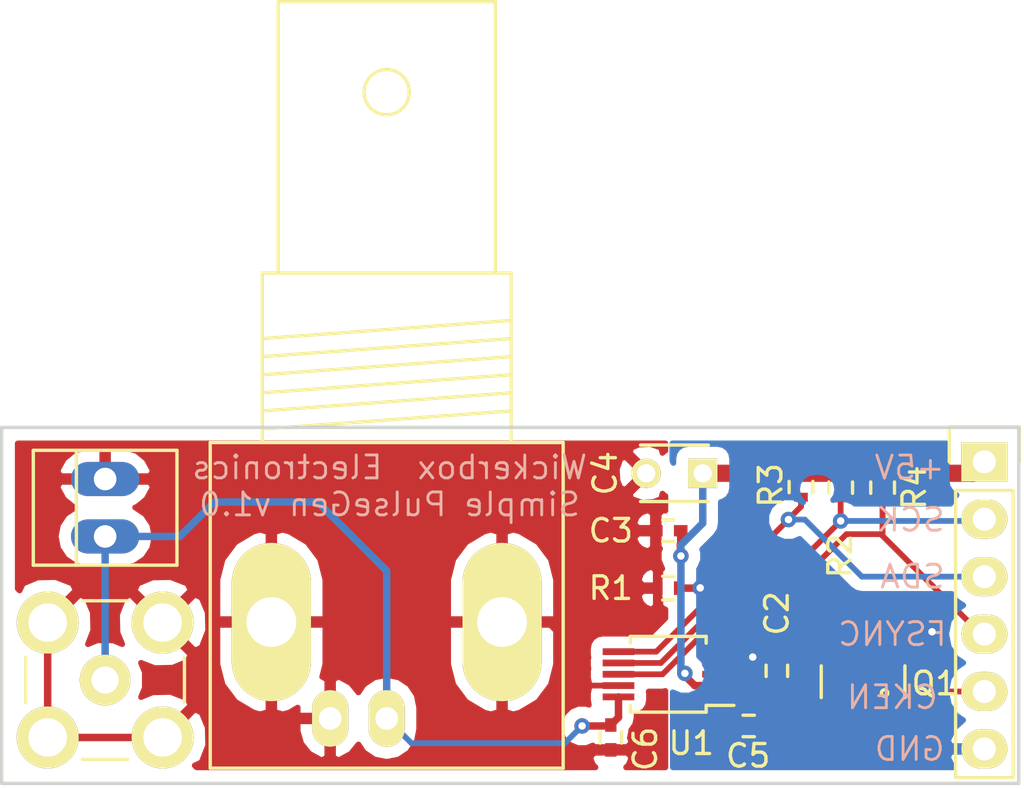
<source format=kicad_pcb>
(kicad_pcb (version 4) (host pcbnew 4.0.1-3.201512221402+6198~38~ubuntu14.04.1-stable)

  (general
    (links 38)
    (no_connects 0)
    (area 156.6428 74.748319 221.551502 112.756447)
    (thickness 1.6)
    (drawings 11)
    (tracks 110)
    (zones 0)
    (modules 15)
    (nets 12)
  )

  (page A4)
  (title_block
    (title "Simple Function Generator")
    (date 2016-01-08)
    (rev v1.0)
    (company "Released under the CERN Open Hardware License v1.2")
    (comment 1 jeh.wicker@gmail.com)
    (comment 2 "Jenner Hanni")
    (comment 3 "Wickerbox Electronics")
  )

  (layers
    (0 F.Cu signal)
    (31 B.Cu signal)
    (34 B.Paste user hide)
    (35 F.Paste user hide)
    (36 B.SilkS user)
    (37 F.SilkS user)
    (38 B.Mask user)
    (39 F.Mask user)
    (44 Edge.Cuts user)
  )

  (setup
    (last_trace_width 0.1524)
    (user_trace_width 0.1524)
    (user_trace_width 0.254)
    (user_trace_width 0.3302)
    (user_trace_width 0.508)
    (user_trace_width 0.762)
    (trace_clearance 0.1524)
    (zone_clearance 0.508)
    (zone_45_only no)
    (trace_min 0.1524)
    (segment_width 0.15)
    (edge_width 0.15)
    (via_size 0.6858)
    (via_drill 0.3302)
    (via_min_size 0.6858)
    (via_min_drill 0.3302)
    (user_via 0.6858 0.3302)
    (user_via 0.762 0.4064)
    (user_via 0.8636 0.508)
    (uvia_size 0.762)
    (uvia_drill 0.508)
    (uvias_allowed no)
    (uvia_min_size 0)
    (uvia_min_drill 0)
    (pcb_text_width 0.3)
    (pcb_text_size 1.5 1.5)
    (mod_edge_width 0.15)
    (mod_text_size 1 1)
    (mod_text_width 0.15)
    (pad_size 10.16 10.16)
    (pad_drill 4.572)
    (pad_to_mask_clearance 0.2)
    (aux_axis_origin 0 0)
    (grid_origin 194.056 97.3074)
    (visible_elements FFFEDF7F)
    (pcbplotparams
      (layerselection 0x010f0_80000001)
      (usegerberextensions true)
      (excludeedgelayer true)
      (linewidth 0.100000)
      (plotframeref false)
      (viasonmask false)
      (mode 1)
      (useauxorigin false)
      (hpglpennumber 1)
      (hpglpenspeed 20)
      (hpglpendiameter 15)
      (hpglpenoverlay 2)
      (psnegative false)
      (psa4output false)
      (plotreference true)
      (plotvalue true)
      (plotinvisibletext false)
      (padsonsilk false)
      (subtractmaskfromsilk false)
      (outputformat 1)
      (mirror false)
      (drillshape 0)
      (scaleselection 1)
      (outputdirectory gerbers/))
  )

  (net 0 "")
  (net 1 +5V)
  (net 2 GNDD)
  (net 3 "Net-(C2-Pad1)")
  (net 4 GNDA)
  (net 5 "Net-(C5-Pad2)")
  (net 6 "Net-(C6-Pad1)")
  (net 7 "Net-(P1-Pad2)")
  (net 8 "Net-(P1-Pad3)")
  (net 9 "Net-(P1-Pad4)")
  (net 10 "Net-(P1-Pad5)")
  (net 11 "Net-(Q1-Pad3)")

  (net_class Default "This is the default net class."
    (clearance 0.1524)
    (trace_width 0.1524)
    (via_dia 0.6858)
    (via_drill 0.3302)
    (uvia_dia 0.762)
    (uvia_drill 0.508)
    (add_net +5V)
    (add_net GNDA)
    (add_net GNDD)
    (add_net "Net-(C2-Pad1)")
    (add_net "Net-(C5-Pad2)")
    (add_net "Net-(C6-Pad1)")
    (add_net "Net-(P1-Pad2)")
    (add_net "Net-(P1-Pad3)")
    (add_net "Net-(P1-Pad4)")
    (add_net "Net-(P1-Pad5)")
    (add_net "Net-(Q1-Pad3)")
  )

  (net_class Power ""
    (clearance 0.3302)
    (trace_width 0.508)
    (via_dia 0.762)
    (via_drill 0.4064)
    (uvia_dia 0.762)
    (uvia_drill 0.508)
  )

  (module Pin_Headers:Pin_Header_Straight_1x06 (layer F.Cu) (tedit 56AEEC9A) (tstamp 56AEE98B)
    (at 200.66 95.504)
    (descr "Through hole pin header")
    (tags "pin header")
    (path /567FB3CC)
    (fp_text reference P1 (at -2.794 12.7) (layer F.SilkS) hide
      (effects (font (size 1 1) (thickness 0.15)))
    )
    (fp_text value "TO TEENSY 3.1+" (at 0 -3.1) (layer F.Fab)
      (effects (font (size 1 1) (thickness 0.15)))
    )
    (fp_line (start -1.75 -1.75) (end -1.75 14.45) (layer F.CrtYd) (width 0.05))
    (fp_line (start 1.75 -1.75) (end 1.75 14.45) (layer F.CrtYd) (width 0.05))
    (fp_line (start -1.75 -1.75) (end 1.75 -1.75) (layer F.CrtYd) (width 0.05))
    (fp_line (start -1.75 14.45) (end 1.75 14.45) (layer F.CrtYd) (width 0.05))
    (fp_line (start 1.27 1.27) (end 1.27 13.97) (layer F.SilkS) (width 0.15))
    (fp_line (start 1.27 13.97) (end -1.27 13.97) (layer F.SilkS) (width 0.15))
    (fp_line (start -1.27 13.97) (end -1.27 1.27) (layer F.SilkS) (width 0.15))
    (fp_line (start 1.55 -1.55) (end 1.55 0) (layer F.SilkS) (width 0.15))
    (fp_line (start 1.27 1.27) (end -1.27 1.27) (layer F.SilkS) (width 0.15))
    (fp_line (start -1.55 0) (end -1.55 -1.55) (layer F.SilkS) (width 0.15))
    (fp_line (start -1.55 -1.55) (end 1.55 -1.55) (layer F.SilkS) (width 0.15))
    (pad 1 thru_hole rect (at 0 0) (size 2.032 1.7272) (drill 1.016) (layers *.Cu *.Mask F.SilkS)
      (net 1 +5V))
    (pad 2 thru_hole oval (at 0 2.54) (size 2.032 1.7272) (drill 1.016) (layers *.Cu *.Mask F.SilkS)
      (net 7 "Net-(P1-Pad2)"))
    (pad 3 thru_hole oval (at 0 5.08) (size 2.032 1.7272) (drill 1.016) (layers *.Cu *.Mask F.SilkS)
      (net 8 "Net-(P1-Pad3)"))
    (pad 4 thru_hole oval (at 0 7.62) (size 2.032 1.7272) (drill 1.016) (layers *.Cu *.Mask F.SilkS)
      (net 9 "Net-(P1-Pad4)"))
    (pad 5 thru_hole oval (at 0 10.16) (size 2.032 1.7272) (drill 1.016) (layers *.Cu *.Mask F.SilkS)
      (net 10 "Net-(P1-Pad5)"))
    (pad 6 thru_hole oval (at 0 12.7) (size 2.032 1.7272) (drill 1.016) (layers *.Cu *.Mask F.SilkS)
      (net 2 GNDD))
    (model Pin_Headers.3dshapes/Pin_Header_Straight_1x06.wrl
      (at (xyz 0 -0.25 0))
      (scale (xyz 1 1 1))
      (rotate (xyz 0 0 90))
    )
  )

  (module Capacitors_SMD:C_0402 (layer F.Cu) (tedit 56AEEC50) (tstamp 5690932A)
    (at 191.4906 104.7496 90)
    (descr "Capacitor SMD 0402, reflow soldering, AVX (see smccp.pdf)")
    (tags "capacitor 0402")
    (path /567F998F)
    (attr smd)
    (fp_text reference C2 (at 2.54 0 90) (layer F.SilkS)
      (effects (font (size 1 1) (thickness 0.15)))
    )
    (fp_text value 100nF (at 0 1.7 90) (layer F.Fab)
      (effects (font (size 1 1) (thickness 0.15)))
    )
    (fp_line (start -1.15 -0.6) (end 1.15 -0.6) (layer F.CrtYd) (width 0.05))
    (fp_line (start -1.15 0.6) (end 1.15 0.6) (layer F.CrtYd) (width 0.05))
    (fp_line (start -1.15 -0.6) (end -1.15 0.6) (layer F.CrtYd) (width 0.05))
    (fp_line (start 1.15 -0.6) (end 1.15 0.6) (layer F.CrtYd) (width 0.05))
    (fp_line (start 0.25 -0.475) (end -0.25 -0.475) (layer F.SilkS) (width 0.15))
    (fp_line (start -0.25 0.475) (end 0.25 0.475) (layer F.SilkS) (width 0.15))
    (pad 1 smd rect (at -0.55 0 90) (size 0.6 0.5) (layers F.Cu F.Paste F.Mask)
      (net 3 "Net-(C2-Pad1)"))
    (pad 2 smd rect (at 0.55 0 90) (size 0.6 0.5) (layers F.Cu F.Paste F.Mask)
      (net 2 GNDD))
    (model Capacitors_SMD.3dshapes/C_0402.wrl
      (at (xyz 0 0 0))
      (scale (xyz 1 1 1))
      (rotate (xyz 0 0 0))
    )
  )

  (module Housings_SSOP:MSOP-10_3x3mm_Pitch0.5mm (layer F.Cu) (tedit 56AEEC68) (tstamp 56909387)
    (at 186.69 104.902 180)
    (descr "10-Lead Plastic Micro Small Outline Package (MS) [MSOP] (see Microchip Packaging Specification 00000049BS.pdf)")
    (tags "SSOP 0.5")
    (path /567F985C)
    (attr smd)
    (fp_text reference U1 (at -1.016 -3.048 180) (layer F.SilkS)
      (effects (font (size 1 1) (thickness 0.15)))
    )
    (fp_text value AD9833 (at 0 2.6 180) (layer F.Fab)
      (effects (font (size 1 1) (thickness 0.15)))
    )
    (fp_line (start -3.15 -1.85) (end -3.15 1.85) (layer F.CrtYd) (width 0.05))
    (fp_line (start 3.15 -1.85) (end 3.15 1.85) (layer F.CrtYd) (width 0.05))
    (fp_line (start -3.15 -1.85) (end 3.15 -1.85) (layer F.CrtYd) (width 0.05))
    (fp_line (start -3.15 1.85) (end 3.15 1.85) (layer F.CrtYd) (width 0.05))
    (fp_line (start -1.675 -1.675) (end -1.675 -1.375) (layer F.SilkS) (width 0.15))
    (fp_line (start 1.675 -1.675) (end 1.675 -1.375) (layer F.SilkS) (width 0.15))
    (fp_line (start 1.675 1.675) (end 1.675 1.375) (layer F.SilkS) (width 0.15))
    (fp_line (start -1.675 1.675) (end -1.675 1.375) (layer F.SilkS) (width 0.15))
    (fp_line (start -1.675 -1.675) (end 1.675 -1.675) (layer F.SilkS) (width 0.15))
    (fp_line (start -1.675 1.675) (end 1.675 1.675) (layer F.SilkS) (width 0.15))
    (fp_line (start -1.675 -1.375) (end -2.9 -1.375) (layer F.SilkS) (width 0.15))
    (pad 1 smd rect (at -2.2 -1 180) (size 1.4 0.3) (layers F.Cu F.Paste F.Mask)
      (net 5 "Net-(C5-Pad2)"))
    (pad 2 smd rect (at -2.2 -0.5 180) (size 1.4 0.3) (layers F.Cu F.Paste F.Mask)
      (net 1 +5V))
    (pad 3 smd rect (at -2.2 0 180) (size 1.4 0.3) (layers F.Cu F.Paste F.Mask)
      (net 3 "Net-(C2-Pad1)"))
    (pad 4 smd rect (at -2.2 0.5 180) (size 1.4 0.3) (layers F.Cu F.Paste F.Mask)
      (net 2 GNDD))
    (pad 5 smd rect (at -2.2 1 180) (size 1.4 0.3) (layers F.Cu F.Paste F.Mask)
      (net 11 "Net-(Q1-Pad3)"))
    (pad 6 smd rect (at 2.2 1 180) (size 1.4 0.3) (layers F.Cu F.Paste F.Mask)
      (net 8 "Net-(P1-Pad3)"))
    (pad 7 smd rect (at 2.2 0.5 180) (size 1.4 0.3) (layers F.Cu F.Paste F.Mask)
      (net 7 "Net-(P1-Pad2)"))
    (pad 8 smd rect (at 2.2 0 180) (size 1.4 0.3) (layers F.Cu F.Paste F.Mask)
      (net 9 "Net-(P1-Pad4)"))
    (pad 9 smd rect (at 2.2 -0.5 180) (size 1.4 0.3) (layers F.Cu F.Paste F.Mask)
      (net 4 GNDA))
    (pad 10 smd rect (at 2.2 -1 180) (size 1.4 0.3) (layers F.Cu F.Paste F.Mask)
      (net 6 "Net-(C6-Pad1)"))
    (model Housings_SSOP.3dshapes/MSOP-10_3x3mm_Pitch0.5mm.wrl
      (at (xyz 0 0 0))
      (scale (xyz 1 1 1))
      (rotate (xyz 0 0 0))
    )
  )

  (module Capacitors_SMD:C_0402 (layer F.Cu) (tedit 56AEEC6B) (tstamp 56909342)
    (at 184.15 107.696 270)
    (descr "Capacitor SMD 0402, reflow soldering, AVX (see smccp.pdf)")
    (tags "capacitor 0402")
    (path /567FA218)
    (attr smd)
    (fp_text reference C6 (at 0.508 -1.524 270) (layer F.SilkS)
      (effects (font (size 1 1) (thickness 0.15)))
    )
    (fp_text value 100nF (at 0 1.7 270) (layer F.Fab)
      (effects (font (size 1 1) (thickness 0.15)))
    )
    (fp_line (start -1.15 -0.6) (end 1.15 -0.6) (layer F.CrtYd) (width 0.05))
    (fp_line (start -1.15 0.6) (end 1.15 0.6) (layer F.CrtYd) (width 0.05))
    (fp_line (start -1.15 -0.6) (end -1.15 0.6) (layer F.CrtYd) (width 0.05))
    (fp_line (start 1.15 -0.6) (end 1.15 0.6) (layer F.CrtYd) (width 0.05))
    (fp_line (start 0.25 -0.475) (end -0.25 -0.475) (layer F.SilkS) (width 0.15))
    (fp_line (start -0.25 0.475) (end 0.25 0.475) (layer F.SilkS) (width 0.15))
    (pad 1 smd rect (at -0.55 0 270) (size 0.6 0.5) (layers F.Cu F.Paste F.Mask)
      (net 6 "Net-(C6-Pad1)"))
    (pad 2 smd rect (at 0.55 0 270) (size 0.6 0.5) (layers F.Cu F.Paste F.Mask)
      (net 4 GNDA))
    (model Capacitors_SMD.3dshapes/C_0402.wrl
      (at (xyz 0 0 0))
      (scale (xyz 1 1 1))
      (rotate (xyz 0 0 0))
    )
  )

  (module Resistors_SMD:R_0402 (layer F.Cu) (tedit 56AEEACA) (tstamp 56909367)
    (at 186.69 101.092)
    (descr "Resistor SMD 0402, reflow soldering, Vishay (see dcrcw.pdf)")
    (tags "resistor 0402")
    (path /567F9E7B)
    (attr smd)
    (fp_text reference R1 (at -2.54 0) (layer F.SilkS)
      (effects (font (size 1 1) (thickness 0.15)))
    )
    (fp_text value 0 (at 0 1.8) (layer F.Fab)
      (effects (font (size 1 1) (thickness 0.15)))
    )
    (fp_line (start -0.95 -0.65) (end 0.95 -0.65) (layer F.CrtYd) (width 0.05))
    (fp_line (start -0.95 0.65) (end 0.95 0.65) (layer F.CrtYd) (width 0.05))
    (fp_line (start -0.95 -0.65) (end -0.95 0.65) (layer F.CrtYd) (width 0.05))
    (fp_line (start 0.95 -0.65) (end 0.95 0.65) (layer F.CrtYd) (width 0.05))
    (fp_line (start 0.25 -0.525) (end -0.25 -0.525) (layer F.SilkS) (width 0.15))
    (fp_line (start -0.25 0.525) (end 0.25 0.525) (layer F.SilkS) (width 0.15))
    (pad 1 smd rect (at -0.45 0) (size 0.4 0.6) (layers F.Cu F.Paste F.Mask)
      (net 4 GNDA))
    (pad 2 smd rect (at 0.45 0) (size 0.4 0.6) (layers F.Cu F.Paste F.Mask)
      (net 2 GNDD))
    (model Resistors_SMD.3dshapes/R_0402.wrl
      (at (xyz 0 0 0))
      (scale (xyz 1 1 1))
      (rotate (xyz 0 0 0))
    )
  )

  (module Resistors_SMD:R_0402 (layer F.Cu) (tedit 5415CBB8) (tstamp 56909379)
    (at 196.1642 96.647 270)
    (descr "Resistor SMD 0402, reflow soldering, Vishay (see dcrcw.pdf)")
    (tags "resistor 0402")
    (path /567FD27D)
    (attr smd)
    (fp_text reference R4 (at 0 -1.397 270) (layer F.SilkS)
      (effects (font (size 1 1) (thickness 0.15)))
    )
    (fp_text value DNP (at 0 1.8 270) (layer F.Fab)
      (effects (font (size 1 1) (thickness 0.15)))
    )
    (fp_line (start -0.95 -0.65) (end 0.95 -0.65) (layer F.CrtYd) (width 0.05))
    (fp_line (start -0.95 0.65) (end 0.95 0.65) (layer F.CrtYd) (width 0.05))
    (fp_line (start -0.95 -0.65) (end -0.95 0.65) (layer F.CrtYd) (width 0.05))
    (fp_line (start 0.95 -0.65) (end 0.95 0.65) (layer F.CrtYd) (width 0.05))
    (fp_line (start 0.25 -0.525) (end -0.25 -0.525) (layer F.SilkS) (width 0.15))
    (fp_line (start -0.25 0.525) (end 0.25 0.525) (layer F.SilkS) (width 0.15))
    (pad 1 smd rect (at -0.45 0 270) (size 0.4 0.6) (layers F.Cu F.Paste F.Mask)
      (net 1 +5V))
    (pad 2 smd rect (at 0.45 0 270) (size 0.4 0.6) (layers F.Cu F.Paste F.Mask)
      (net 9 "Net-(P1-Pad4)"))
    (model Resistors_SMD.3dshapes/R_0402.wrl
      (at (xyz 0 0 0))
      (scale (xyz 1 1 1))
      (rotate (xyz 0 0 0))
    )
  )

  (module Resistors_SMD:R_0402 (layer F.Cu) (tedit 5415CBB8) (tstamp 5690936D)
    (at 194.31 96.647 270)
    (descr "Resistor SMD 0402, reflow soldering, Vishay (see dcrcw.pdf)")
    (tags "resistor 0402")
    (path /567FD1C5)
    (attr smd)
    (fp_text reference R2 (at 3.0226 0.0254 270) (layer F.SilkS)
      (effects (font (size 1 1) (thickness 0.15)))
    )
    (fp_text value DNP (at 0 1.8 270) (layer F.Fab)
      (effects (font (size 1 1) (thickness 0.15)))
    )
    (fp_line (start -0.95 -0.65) (end 0.95 -0.65) (layer F.CrtYd) (width 0.05))
    (fp_line (start -0.95 0.65) (end 0.95 0.65) (layer F.CrtYd) (width 0.05))
    (fp_line (start -0.95 -0.65) (end -0.95 0.65) (layer F.CrtYd) (width 0.05))
    (fp_line (start 0.95 -0.65) (end 0.95 0.65) (layer F.CrtYd) (width 0.05))
    (fp_line (start 0.25 -0.525) (end -0.25 -0.525) (layer F.SilkS) (width 0.15))
    (fp_line (start -0.25 0.525) (end 0.25 0.525) (layer F.SilkS) (width 0.15))
    (pad 1 smd rect (at -0.45 0 270) (size 0.4 0.6) (layers F.Cu F.Paste F.Mask)
      (net 1 +5V))
    (pad 2 smd rect (at 0.45 0 270) (size 0.4 0.6) (layers F.Cu F.Paste F.Mask)
      (net 7 "Net-(P1-Pad2)"))
    (model Resistors_SMD.3dshapes/R_0402.wrl
      (at (xyz 0 0 0))
      (scale (xyz 1 1 1))
      (rotate (xyz 0 0 0))
    )
  )

  (module Capacitors_SMD:C_0402 (layer F.Cu) (tedit 56AEEC62) (tstamp 5690933C)
    (at 190.246 107.188 180)
    (descr "Capacitor SMD 0402, reflow soldering, AVX (see smccp.pdf)")
    (tags "capacitor 0402")
    (path /567F9D07)
    (attr smd)
    (fp_text reference C5 (at 0.0254 -1.3208 180) (layer F.SilkS)
      (effects (font (size 1 1) (thickness 0.15)))
    )
    (fp_text value 100nF (at 0 1.7 180) (layer F.Fab)
      (effects (font (size 1 1) (thickness 0.15)))
    )
    (fp_line (start -1.15 -0.6) (end 1.15 -0.6) (layer F.CrtYd) (width 0.05))
    (fp_line (start -1.15 0.6) (end 1.15 0.6) (layer F.CrtYd) (width 0.05))
    (fp_line (start -1.15 -0.6) (end -1.15 0.6) (layer F.CrtYd) (width 0.05))
    (fp_line (start 1.15 -0.6) (end 1.15 0.6) (layer F.CrtYd) (width 0.05))
    (fp_line (start 0.25 -0.475) (end -0.25 -0.475) (layer F.SilkS) (width 0.15))
    (fp_line (start -0.25 0.475) (end 0.25 0.475) (layer F.SilkS) (width 0.15))
    (pad 1 smd rect (at -0.55 0 180) (size 0.6 0.5) (layers F.Cu F.Paste F.Mask)
      (net 1 +5V))
    (pad 2 smd rect (at 0.55 0 180) (size 0.6 0.5) (layers F.Cu F.Paste F.Mask)
      (net 5 "Net-(C5-Pad2)"))
    (model Capacitors_SMD.3dshapes/C_0402.wrl
      (at (xyz 0 0 0))
      (scale (xyz 1 1 1))
      (rotate (xyz 0 0 0))
    )
  )

  (module Resistors_SMD:R_0402 (layer F.Cu) (tedit 5415CBB8) (tstamp 56909373)
    (at 192.5574 96.6216 270)
    (descr "Resistor SMD 0402, reflow soldering, Vishay (see dcrcw.pdf)")
    (tags "resistor 0402")
    (path /567FD227)
    (attr smd)
    (fp_text reference R3 (at -0.0762 1.3462 270) (layer F.SilkS)
      (effects (font (size 1 1) (thickness 0.15)))
    )
    (fp_text value DNP (at 0 1.8 270) (layer F.Fab)
      (effects (font (size 1 1) (thickness 0.15)))
    )
    (fp_line (start -0.95 -0.65) (end 0.95 -0.65) (layer F.CrtYd) (width 0.05))
    (fp_line (start -0.95 0.65) (end 0.95 0.65) (layer F.CrtYd) (width 0.05))
    (fp_line (start -0.95 -0.65) (end -0.95 0.65) (layer F.CrtYd) (width 0.05))
    (fp_line (start 0.95 -0.65) (end 0.95 0.65) (layer F.CrtYd) (width 0.05))
    (fp_line (start 0.25 -0.525) (end -0.25 -0.525) (layer F.SilkS) (width 0.15))
    (fp_line (start -0.25 0.525) (end 0.25 0.525) (layer F.SilkS) (width 0.15))
    (pad 1 smd rect (at -0.45 0 270) (size 0.4 0.6) (layers F.Cu F.Paste F.Mask)
      (net 1 +5V))
    (pad 2 smd rect (at 0.45 0 270) (size 0.4 0.6) (layers F.Cu F.Paste F.Mask)
      (net 8 "Net-(P1-Pad3)"))
    (model Resistors_SMD.3dshapes/R_0402.wrl
      (at (xyz 0 0 0))
      (scale (xyz 1 1 1))
      (rotate (xyz 0 0 0))
    )
  )

  (module Crystals:Crystal_SMD_0603_4Pads (layer F.Cu) (tedit 56AEEC5E) (tstamp 56909361)
    (at 195.3006 105.2322 90)
    (descr "Crystal, Quarz, SMD, 0603, 4 Pads,")
    (tags "Crystal, Quarz, SMD, 0603, 4 Pads,")
    (path /567FADBA)
    (attr smd)
    (fp_text reference Q1 (at -0.0762 3.1496 360) (layer F.SilkS)
      (effects (font (size 1 1) (thickness 0.15)))
    )
    (fp_text value CB3-3C-25M0000 (at 0 3.81 90) (layer F.Fab)
      (effects (font (size 1 1) (thickness 0.15)))
    )
    (fp_circle (center 0 0) (end 0.50038 0) (layer F.Adhes) (width 0.381))
    (fp_circle (center 0 0) (end 0.14986 0) (layer F.Adhes) (width 0.381))
    (fp_circle (center -0.50038 0.94996) (end -0.39878 1.04902) (layer F.SilkS) (width 0.15))
    (fp_line (start 0.70104 1.84912) (end -0.70104 1.84912) (layer F.SilkS) (width 0.15))
    (fp_line (start -0.70104 -1.84912) (end 0.70104 -1.84912) (layer F.SilkS) (width 0.15))
    (pad 1 smd rect (at -2.19964 1.19888 90) (size 1.80086 1.39954) (layers F.Cu F.Paste F.Mask)
      (net 10 "Net-(P1-Pad5)"))
    (pad 2 smd rect (at 2.19964 1.19888 90) (size 1.80086 1.39954) (layers F.Cu F.Paste F.Mask)
      (net 2 GNDD))
    (pad 3 smd rect (at 2.19964 -1.19888 90) (size 1.80086 1.39954) (layers F.Cu F.Paste F.Mask)
      (net 11 "Net-(Q1-Pad3)"))
    (pad 4 smd rect (at -2.19964 -1.19888 90) (size 1.80086 1.39954) (layers F.Cu F.Paste F.Mask)
      (net 1 +5V))
  )

  (module Connect:SMB_Straight (layer F.Cu) (tedit 5692B856) (tstamp 5692B5E2)
    (at 161.798 105.156)
    (descr "SMB pcb mounting jack")
    (tags "SMB Jack  Striaght")
    (path /5692B3ED)
    (fp_text reference P2 (at -2 -5) (layer F.SilkS) hide
      (effects (font (size 1 1) (thickness 0.15)))
    )
    (fp_text value SMA (at 0.25 0) (layer F.Fab)
      (effects (font (size 1 1) (thickness 0.15)))
    )
    (fp_line (start -4.25 -4.25) (end 4.25 -4.25) (layer B.CrtYd) (width 0.05))
    (fp_line (start 4.25 -4.25) (end 4.25 4.25) (layer B.CrtYd) (width 0.05))
    (fp_line (start 4.25 4.25) (end -4.25 4.25) (layer B.CrtYd) (width 0.05))
    (fp_line (start -4.25 4.25) (end -4.25 -4.25) (layer B.CrtYd) (width 0.05))
    (fp_line (start 4.25 4.25) (end -4.25 4.25) (layer F.CrtYd) (width 0.05))
    (fp_line (start -4.25 4.25) (end -4.25 -4.25) (layer F.CrtYd) (width 0.05))
    (fp_line (start 4.25 -4.25) (end 4.25 4.25) (layer F.CrtYd) (width 0.05))
    (fp_line (start -4.25 -4.25) (end 4.25 -4.25) (layer F.CrtYd) (width 0.05))
    (fp_line (start -1 -3.5052) (end 1 -3.5052) (layer F.SilkS) (width 0.15))
    (fp_line (start 3.5052 -1) (end 3.5052 1) (layer F.SilkS) (width 0.15))
    (fp_line (start 1 3.5052) (end -1 3.5052) (layer F.SilkS) (width 0.15))
    (fp_line (start -3.5052 1) (end -3.5052 -1) (layer F.SilkS) (width 0.15))
    (pad 2 thru_hole circle (at -2.54 2.54) (size 2.74 2.74) (drill 1.7) (layers *.Cu *.Mask F.SilkS)
      (net 4 GNDA))
    (pad 2 thru_hole circle (at 2.54 2.54) (size 2.74 2.74) (drill 1.7) (layers *.Cu *.Mask F.SilkS)
      (net 4 GNDA))
    (pad 2 thru_hole circle (at 2.54 -2.54) (size 2.74 2.74) (drill 1.7) (layers *.Cu *.Mask F.SilkS)
      (net 4 GNDA))
    (pad 2 thru_hole circle (at -2.54 -2.54) (size 2.74 2.74) (drill 1.7) (layers *.Cu *.Mask F.SilkS)
      (net 4 GNDA))
    (pad 1 thru_hole circle (at 0 0) (size 2.24 2.24) (drill 1.2) (layers *.Cu *.Mask F.SilkS)
      (net 6 "Net-(C6-Pad1)"))
    (model Connect.3dshapes/SMB_Straight.wrl
      (at (xyz 0 0 0))
      (scale (xyz 1 1 1))
      (rotate (xyz 0 0 0))
    )
  )

  (module Capacitors_SMD:C_0402 (layer F.Cu) (tedit 56AEEACF) (tstamp 56909330)
    (at 186.69 98.552 180)
    (descr "Capacitor SMD 0402, reflow soldering, AVX (see smccp.pdf)")
    (tags "capacitor 0402")
    (path /567F988E)
    (attr smd)
    (fp_text reference C3 (at 2.54 0 180) (layer F.SilkS)
      (effects (font (size 1 1) (thickness 0.15)))
    )
    (fp_text value 100nF (at 0 1.7 180) (layer F.Fab)
      (effects (font (size 1 1) (thickness 0.15)))
    )
    (fp_line (start -1.15 -0.6) (end 1.15 -0.6) (layer F.CrtYd) (width 0.05))
    (fp_line (start -1.15 0.6) (end 1.15 0.6) (layer F.CrtYd) (width 0.05))
    (fp_line (start -1.15 -0.6) (end -1.15 0.6) (layer F.CrtYd) (width 0.05))
    (fp_line (start 1.15 -0.6) (end 1.15 0.6) (layer F.CrtYd) (width 0.05))
    (fp_line (start 0.25 -0.475) (end -0.25 -0.475) (layer F.SilkS) (width 0.15))
    (fp_line (start -0.25 0.475) (end 0.25 0.475) (layer F.SilkS) (width 0.15))
    (pad 1 smd rect (at -0.55 0 180) (size 0.6 0.5) (layers F.Cu F.Paste F.Mask)
      (net 1 +5V))
    (pad 2 smd rect (at 0.55 0 180) (size 0.6 0.5) (layers F.Cu F.Paste F.Mask)
      (net 4 GNDA))
    (model Capacitors_SMD.3dshapes/C_0402.wrl
      (at (xyz 0 0 0))
      (scale (xyz 1 1 1))
      (rotate (xyz 0 0 0))
    )
  )

  (module Sockets_BNC:BNC_Socket_TYCO-AMP_LargePads (layer F.Cu) (tedit 5692B85C) (tstamp 56909359)
    (at 174.244 101.854)
    (descr "BNC Socket TYCO AMP")
    (tags "BNC Socket TYCO AMP")
    (path /567FA34A)
    (fp_text reference P3 (at -7.112 8.382 90) (layer F.SilkS) hide
      (effects (font (size 1 1) (thickness 0.15)))
    )
    (fp_text value BNC (at 10.89914 -9.6012 90) (layer F.Fab)
      (effects (font (size 1 1) (thickness 0.15)))
    )
    (fp_line (start -5.4991 -11.80084) (end 5.4991 -12.60094) (layer F.SilkS) (width 0.15))
    (fp_line (start -5.4991 -11.00074) (end 5.4991 -11.80084) (layer F.SilkS) (width 0.15))
    (fp_line (start -5.4991 -10.20064) (end 5.4991 -11.00074) (layer F.SilkS) (width 0.15))
    (fp_line (start -5.4991 -9.40054) (end 5.4991 -10.20064) (layer F.SilkS) (width 0.15))
    (fp_line (start -5.4991 -8.60044) (end 5.4991 -9.40054) (layer F.SilkS) (width 0.15))
    (fp_line (start -5.4991 -7.80034) (end 5.4991 -8.60044) (layer F.SilkS) (width 0.15))
    (fp_circle (center 0 -22.69998) (end 1.00076 -22.69998) (layer F.SilkS) (width 0.15))
    (fp_line (start 4.8006 -14.69898) (end 4.8006 -26.70048) (layer F.SilkS) (width 0.15))
    (fp_line (start 4.8006 -26.70048) (end -4.8006 -26.70048) (layer F.SilkS) (width 0.15))
    (fp_line (start -4.8006 -26.70048) (end -4.8006 -14.69898) (layer F.SilkS) (width 0.15))
    (fp_line (start 5.4991 -7.2009) (end 5.4991 -14.69898) (layer F.SilkS) (width 0.15))
    (fp_line (start 5.4991 -14.69898) (end -5.4991 -14.69898) (layer F.SilkS) (width 0.15))
    (fp_line (start -5.4991 -14.69898) (end -5.4991 -7.2009) (layer F.SilkS) (width 0.15))
    (fp_line (start -7.80034 7.2009) (end 7.80034 7.2009) (layer F.SilkS) (width 0.15))
    (fp_line (start 7.80034 7.2009) (end 7.80034 -7.2009) (layer F.SilkS) (width 0.15))
    (fp_line (start 7.80034 -7.2009) (end -7.80034 -7.2009) (layer F.SilkS) (width 0.15))
    (fp_line (start -7.80034 -7.2009) (end -7.80034 7.2009) (layer F.SilkS) (width 0.15))
    (pad 2 thru_hole oval (at -5.09778 0.7366) (size 3.50012 7.00024) (drill 2.19964) (layers *.Cu *.Mask F.SilkS)
      (net 4 GNDA))
    (pad 2 thru_hole oval (at 5.10032 0.7366) (size 3.50012 7.00024) (drill 2.19964) (layers *.Cu *.Mask F.SilkS)
      (net 4 GNDA))
    (pad 1 thru_hole oval (at 0 5.00126) (size 1.6002 2.49936) (drill 1.00076) (layers *.Cu *.Mask F.SilkS)
      (net 6 "Net-(C6-Pad1)"))
    (pad 2 thru_hole oval (at -2.49936 5.00126) (size 1.6002 2.49936) (drill 1.00076) (layers *.Cu *.Mask F.SilkS)
      (net 4 GNDA))
    (model Sockets_BNC.3dshapes/BNC_Socket_TYCO-AMP_LargePads.wrl
      (at (xyz 0 0 0))
      (scale (xyz 0.3937 0.3937 0.3937))
      (rotate (xyz 0 0 0))
    )
  )

  (module Capacitors_ThroughHole:C_Disc_D3_P2.5 (layer F.Cu) (tedit 56AEEADE) (tstamp 5692B102)
    (at 188.214 96.012 180)
    (descr "Capacitor 3mm Disc, Pitch 2.5mm")
    (tags Capacitor)
    (path /567F98AD)
    (fp_text reference C4 (at 4.318 0 450) (layer F.SilkS)
      (effects (font (size 1 1) (thickness 0.15)))
    )
    (fp_text value 10uF (at 1.25 2.5 180) (layer F.Fab)
      (effects (font (size 1 1) (thickness 0.15)))
    )
    (fp_line (start -0.9 -1.5) (end 3.4 -1.5) (layer F.CrtYd) (width 0.05))
    (fp_line (start 3.4 -1.5) (end 3.4 1.5) (layer F.CrtYd) (width 0.05))
    (fp_line (start 3.4 1.5) (end -0.9 1.5) (layer F.CrtYd) (width 0.05))
    (fp_line (start -0.9 1.5) (end -0.9 -1.5) (layer F.CrtYd) (width 0.05))
    (fp_line (start -0.25 -1.25) (end 2.75 -1.25) (layer F.SilkS) (width 0.15))
    (fp_line (start 2.75 1.25) (end -0.25 1.25) (layer F.SilkS) (width 0.15))
    (pad 1 thru_hole rect (at 0 0 180) (size 1.3 1.3) (drill 0.8) (layers *.Cu *.Mask F.SilkS)
      (net 1 +5V))
    (pad 2 thru_hole circle (at 2.5 0 180) (size 1.3 1.3) (drill 0.8001) (layers *.Cu *.Mask F.SilkS)
      (net 4 GNDA))
    (model Capacitors_ThroughHole.3dshapes/C_Disc_D3_P2.5.wrl
      (at (xyz 0.0492126 0 0))
      (scale (xyz 1 1 1))
      (rotate (xyz 0 0 0))
    )
  )

  (module Connect:PINHEAD1-2 (layer F.Cu) (tedit 5692B852) (tstamp 5692B83E)
    (at 161.798 97.536 90)
    (path /5692B5B0)
    (attr virtual)
    (fp_text reference P4 (at 0 -3.9 90) (layer F.SilkS) hide
      (effects (font (size 1 1) (thickness 0.15)))
    )
    (fp_text value TERMINAL (at 0 3.81 90) (layer F.Fab)
      (effects (font (size 1 1) (thickness 0.15)))
    )
    (fp_line (start 2.54 -1.27) (end -2.54 -1.27) (layer F.SilkS) (width 0.15))
    (fp_line (start 2.54 3.175) (end -2.54 3.175) (layer F.SilkS) (width 0.15))
    (fp_line (start -2.54 -3.175) (end 2.54 -3.175) (layer F.SilkS) (width 0.15))
    (fp_line (start -2.54 -3.175) (end -2.54 3.175) (layer F.SilkS) (width 0.15))
    (fp_line (start 2.54 -3.175) (end 2.54 3.175) (layer F.SilkS) (width 0.15))
    (pad 1 thru_hole oval (at -1.27 0 90) (size 1.50622 3.01498) (drill 0.99822) (layers *.Cu *.Mask)
      (net 6 "Net-(C6-Pad1)"))
    (pad 2 thru_hole oval (at 1.27 0 90) (size 1.50622 3.01498) (drill 0.99822) (layers *.Cu *.Mask)
      (net 4 GNDA))
  )

  (gr_text SCK (at 197.4088 98.0694) (layer B.SilkS) (tstamp 56B05A82)
    (effects (font (size 1.016 1.016) (thickness 0.127)) (justify mirror))
  )
  (gr_text SDA (at 197.485 100.584) (layer B.SilkS) (tstamp 56B05A7E)
    (effects (font (size 1.016 1.016) (thickness 0.127)) (justify mirror))
  )
  (gr_text GND (at 197.358 108.204) (layer B.SilkS)
    (effects (font (size 1.016 1.016) (thickness 0.127)) (justify mirror))
  )
  (gr_text CKEN (at 196.596 105.918) (layer B.SilkS)
    (effects (font (size 1.016 1.016) (thickness 0.127)) (justify mirror))
  )
  (gr_text "FSYNC\n" (at 196.596 103.124) (layer B.SilkS)
    (effects (font (size 1.016 1.016) (thickness 0.127)) (justify mirror))
  )
  (gr_text +5V (at 197.358 95.758) (layer B.SilkS)
    (effects (font (size 1.016 1.016) (thickness 0.127)) (justify mirror))
  )
  (gr_text "Wickerbox  Electronics\nSimple PulseGen v1.0" (at 174.371 96.5708) (layer B.SilkS)
    (effects (font (size 1.016 1.016) (thickness 0.127)) (justify mirror))
  )
  (gr_line (start 202.184 109.728) (end 157.226 109.728) (angle 90) (layer Edge.Cuts) (width 0.15))
  (gr_line (start 202.184 93.98) (end 157.226 93.98) (angle 90) (layer Edge.Cuts) (width 0.15))
  (gr_line (start 157.226 109.728) (end 157.226 93.98) (layer Edge.Cuts) (width 0.15))
  (gr_line (start 202.184 93.98) (end 202.184 109.728) (layer Edge.Cuts) (width 0.15))

  (segment (start 221.234 94.996) (end 220.726 94.996) (width 0.3302) (layer Dwgs.User) (net 0))
  (segment (start 196.1642 96.197) (end 199.967 96.197) (width 0.254) (layer F.Cu) (net 1))
  (segment (start 199.967 96.197) (end 200.66 95.504) (width 0.254) (layer F.Cu) (net 1))
  (segment (start 194.31 96.197) (end 196.1642 96.197) (width 0.254) (layer F.Cu) (net 1))
  (segment (start 192.5574 96.1716) (end 194.2846 96.1716) (width 0.254) (layer F.Cu) (net 1))
  (segment (start 194.2846 96.1716) (end 194.31 96.197) (width 0.254) (layer F.Cu) (net 1))
  (segment (start 190.796 107.188) (end 193.85788 107.188) (width 0.254) (layer F.Cu) (net 1))
  (segment (start 193.85788 107.188) (end 194.10172 107.43184) (width 0.254) (layer F.Cu) (net 1))
  (segment (start 187.2488 104.6988) (end 187.410731 104.860731) (width 0.3302) (layer B.Cu) (net 1))
  (via (at 187.425534 104.860731) (size 0.6858) (drill 0.3302) (layers F.Cu B.Cu) (net 1))
  (segment (start 187.410731 104.860731) (end 187.425534 104.860731) (width 0.3302) (layer B.Cu) (net 1))
  (segment (start 187.2488 99.6696) (end 187.2488 104.6988) (width 0.3302) (layer B.Cu) (net 1))
  (segment (start 188.89 105.402) (end 187.8598 105.402) (width 0.3302) (layer F.Cu) (net 1))
  (segment (start 187.8598 105.402) (end 187.2488 104.791) (width 0.3302) (layer F.Cu) (net 1))
  (segment (start 187.2488 99.184667) (end 188.214 98.219467) (width 0.3302) (layer B.Cu) (net 1))
  (segment (start 188.214 98.219467) (end 188.214 96.012) (width 0.3302) (layer B.Cu) (net 1))
  (segment (start 187.2488 99.6696) (end 187.2488 99.184667) (width 0.3302) (layer B.Cu) (net 1))
  (segment (start 187.2234 99.1488) (end 187.2234 99.6442) (width 0.3302) (layer F.Cu) (net 1))
  (segment (start 187.2234 99.6442) (end 187.2488 99.6696) (width 0.3302) (layer F.Cu) (net 1))
  (via (at 187.2488 99.6696) (size 0.6858) (drill 0.3302) (layers F.Cu B.Cu) (net 1))
  (segment (start 187.24 98.552) (end 187.24 99.1322) (width 0.3302) (layer F.Cu) (net 1))
  (segment (start 187.24 99.1322) (end 187.2234 99.1488) (width 0.3302) (layer F.Cu) (net 1))
  (segment (start 190.796 106.6078) (end 190.796 107.188) (width 0.3302) (layer F.Cu) (net 1))
  (segment (start 190.796 106.2778) (end 190.796 106.6078) (width 0.3302) (layer F.Cu) (net 1))
  (segment (start 189.928211 105.410011) (end 190.796 106.2778) (width 0.3302) (layer F.Cu) (net 1))
  (segment (start 188.898011 105.410011) (end 189.928211 105.410011) (width 0.3302) (layer F.Cu) (net 1))
  (segment (start 188.89 105.402) (end 188.898011 105.410011) (width 0.3302) (layer F.Cu) (net 1))
  (segment (start 188.214 96.012) (end 200.152 96.012) (width 0.762) (layer F.Cu) (net 1))
  (segment (start 200.152 96.012) (end 200.66 95.504) (width 0.762) (layer F.Cu) (net 1))
  (segment (start 197.46341 103.0224) (end 198.3486 103.0224) (width 0.254) (layer F.Cu) (net 2))
  (via (at 198.3486 103.0224) (size 0.6858) (drill 0.3302) (layers F.Cu B.Cu) (net 2))
  (segment (start 196.49948 103.03256) (end 197.45325 103.03256) (width 0.254) (layer F.Cu) (net 2))
  (segment (start 197.45325 103.03256) (end 197.46341 103.0224) (width 0.254) (layer F.Cu) (net 2))
  (segment (start 190.4238 104.14) (end 190.4238 104.402) (width 0.254) (layer F.Cu) (net 2))
  (segment (start 188.089406 101.092) (end 188.100903 101.080503) (width 0.3302) (layer F.Cu) (net 2))
  (segment (start 187.14 101.092) (end 188.089406 101.092) (width 0.3302) (layer F.Cu) (net 2))
  (via (at 188.100903 101.080503) (size 0.6858) (drill 0.3302) (layers F.Cu B.Cu) (net 2))
  (segment (start 190.4238 104.402) (end 188.89 104.402) (width 0.3302) (layer F.Cu) (net 2))
  (segment (start 191.2882 104.402) (end 190.4238 104.402) (width 0.3302) (layer F.Cu) (net 2))
  (via (at 190.4238 104.14) (size 0.6858) (drill 0.3302) (layers F.Cu B.Cu) (net 2))
  (segment (start 191.4906 104.1996) (end 191.2882 104.402) (width 0.3302) (layer F.Cu) (net 2))
  (segment (start 190.5382 104.9274) (end 189.097912 104.9274) (width 0.3302) (layer F.Cu) (net 3))
  (segment (start 189.097912 104.9274) (end 189.089904 104.919392) (width 0.3302) (layer F.Cu) (net 3))
  (segment (start 189.089904 104.919392) (end 188.907392 104.919392) (width 0.3302) (layer F.Cu) (net 3))
  (segment (start 188.907392 104.919392) (end 188.89 104.902) (width 0.3302) (layer F.Cu) (net 3))
  (segment (start 191.4906 105.2996) (end 190.9104 105.2996) (width 0.3302) (layer F.Cu) (net 3))
  (segment (start 190.9104 105.2996) (end 190.5382 104.9274) (width 0.3302) (layer F.Cu) (net 3))
  (segment (start 186.14 98.552) (end 186.14 100.992) (width 0.254) (layer F.Cu) (net 4))
  (segment (start 186.14 100.992) (end 186.24 101.092) (width 0.254) (layer F.Cu) (net 4))
  (segment (start 184.49 105.402) (end 182.4148 105.402) (width 0.254) (layer F.Cu) (net 4))
  (segment (start 182.4148 105.402) (end 182.4148 103.65702) (width 0.254) (layer F.Cu) (net 4))
  (segment (start 182.4148 103.65702) (end 181.34838 102.5906) (width 0.254) (layer F.Cu) (net 4))
  (segment (start 181.34838 102.5906) (end 179.34432 102.5906) (width 0.254) (layer F.Cu) (net 4))
  (segment (start 159.258 107.696) (end 159.258 102.616) (width 0.3302) (layer F.Cu) (net 4))
  (segment (start 164.338 107.696) (end 159.258 107.696) (width 0.3302) (layer F.Cu) (net 4))
  (segment (start 186.14 98.552) (end 184.404 98.552) (width 0.3302) (layer F.Cu) (net 4))
  (segment (start 188.89 105.902) (end 188.89 106.382) (width 0.3302) (layer F.Cu) (net 5))
  (segment (start 188.89 106.382) (end 189.696 107.188) (width 0.3302) (layer F.Cu) (net 5))
  (segment (start 184.49 105.902) (end 184.49 106.806) (width 0.3302) (layer F.Cu) (net 6))
  (segment (start 184.49 106.806) (end 184.15 107.146) (width 0.3302) (layer F.Cu) (net 6))
  (segment (start 182.88 107.188) (end 184.108 107.188) (width 0.3302) (layer F.Cu) (net 6))
  (segment (start 184.108 107.188) (end 184.15 107.146) (width 0.3302) (layer F.Cu) (net 6))
  (segment (start 175.33874 107.95) (end 174.244 106.85526) (width 0.254) (layer B.Cu) (net 6) (tstamp 56AEF01A))
  (segment (start 182.118 107.95) (end 175.33874 107.95) (width 0.254) (layer B.Cu) (net 6) (tstamp 56AEF017))
  (segment (start 182.88 107.188) (end 182.118 107.95) (width 0.254) (layer B.Cu) (net 6) (tstamp 56AEF014))
  (segment (start 182.88 107.188) (end 182.88 107.188) (width 0.254) (layer B.Cu) (net 6) (tstamp 56AEF011))
  (segment (start 182.88 107.188) (end 182.88 107.188) (width 0.254) (layer B.Cu) (net 6) (tstamp 56AEF010))
  (via (at 182.88 107.188) (size 0.6858) (drill 0.3302) (layers F.Cu B.Cu) (net 6))
  (segment (start 182.922 107.146) (end 182.88 107.188) (width 0.254) (layer F.Cu) (net 6) (tstamp 56AEF00D))
  (segment (start 161.798 105.156) (end 161.798 98.806) (width 0.3302) (layer B.Cu) (net 6))
  (segment (start 161.798 98.806) (end 165.1 98.806) (width 0.3302) (layer B.Cu) (net 6) (tstamp 56AEEE39))
  (segment (start 174.244 100.33) (end 174.244 106.85526) (width 0.3302) (layer B.Cu) (net 6) (tstamp 56AEEE45))
  (segment (start 171.196 97.282) (end 174.244 100.33) (width 0.3302) (layer B.Cu) (net 6) (tstamp 56AEEE43))
  (segment (start 166.624 97.282) (end 171.196 97.282) (width 0.3302) (layer B.Cu) (net 6) (tstamp 56AEEE3F))
  (segment (start 165.1 98.806) (end 166.624 97.282) (width 0.3302) (layer B.Cu) (net 6) (tstamp 56AEEE3B))
  (segment (start 194.31 98.1202) (end 200.5838 98.1202) (width 0.254) (layer B.Cu) (net 7))
  (segment (start 200.5838 98.1202) (end 200.66 98.044) (width 0.254) (layer B.Cu) (net 7))
  (via (at 194.31 98.1202) (size 0.6858) (drill 0.3302) (layers F.Cu B.Cu) (net 7))
  (segment (start 184.49 104.402) (end 186.36125 104.402) (width 0.254) (layer F.Cu) (net 7))
  (segment (start 186.36125 104.402) (end 189.112459 101.650791) (width 0.254) (layer F.Cu) (net 7))
  (segment (start 189.112459 101.650791) (end 190.779409 101.650791) (width 0.254) (layer F.Cu) (net 7))
  (segment (start 190.779409 101.650791) (end 194.31 98.1202) (width 0.254) (layer F.Cu) (net 7))
  (segment (start 194.31 98.1202) (end 194.31 97.097) (width 0.254) (layer F.Cu) (net 7))
  (segment (start 192.0034 98.0581) (end 192.7239 98.0581) (width 0.254) (layer B.Cu) (net 8))
  (segment (start 192.7239 98.0581) (end 195.2498 100.584) (width 0.254) (layer B.Cu) (net 8))
  (segment (start 195.2498 100.584) (end 200.66 100.584) (width 0.254) (layer B.Cu) (net 8))
  (segment (start 192.0034 98.0581) (end 192.0034 98.0392) (width 0.254) (layer F.Cu) (net 8))
  (segment (start 192.0034 98.0392) (end 192.5574 97.4852) (width 0.254) (layer F.Cu) (net 8))
  (segment (start 192.5574 97.4852) (end 192.5574 97.0716) (width 0.254) (layer F.Cu) (net 8))
  (via (at 192.0034 98.0581) (size 0.6858) (drill 0.3302) (layers F.Cu B.Cu) (net 8))
  (segment (start 186.1595 103.902) (end 192.0034 98.0581) (width 0.254) (layer F.Cu) (net 8))
  (segment (start 184.49 103.902) (end 186.1595 103.902) (width 0.254) (layer F.Cu) (net 8))
  (segment (start 184.49 103.902) (end 185.04 103.902) (width 0.254) (layer F.Cu) (net 8))
  (segment (start 184.49 104.902) (end 186.436 104.902) (width 0.254) (layer F.Cu) (net 9))
  (segment (start 186.436 104.902) (end 189.0268 102.3112) (width 0.254) (layer F.Cu) (net 9))
  (segment (start 189.0268 102.3112) (end 190.9572 102.3112) (width 0.254) (layer F.Cu) (net 9))
  (segment (start 190.9572 102.3112) (end 194.564 98.7044) (width 0.254) (layer F.Cu) (net 9))
  (segment (start 194.564 98.7044) (end 196.1388 98.7044) (width 0.254) (layer F.Cu) (net 9))
  (segment (start 196.1388 98.7044) (end 196.1642 98.679) (width 0.254) (layer F.Cu) (net 9))
  (segment (start 196.1642 98.679) (end 196.1642 97.097) (width 0.254) (layer F.Cu) (net 9))
  (segment (start 196.1642 97.097) (end 196.1642 98.7298) (width 0.254) (layer F.Cu) (net 9))
  (segment (start 196.1642 98.7298) (end 196.1388 98.7552) (width 0.254) (layer F.Cu) (net 9))
  (segment (start 196.1388 98.7552) (end 200.5076 103.124) (width 0.254) (layer F.Cu) (net 9))
  (segment (start 200.5076 103.124) (end 200.66 103.124) (width 0.254) (layer F.Cu) (net 9))
  (segment (start 200.66 105.664) (end 198.06666 105.664) (width 0.254) (layer F.Cu) (net 10))
  (segment (start 198.06666 105.664) (end 196.49948 107.23118) (width 0.254) (layer F.Cu) (net 10))
  (segment (start 196.49948 107.23118) (end 196.49948 107.43184) (width 0.254) (layer F.Cu) (net 10))
  (segment (start 194.10172 103.03256) (end 189.27924 103.03256) (width 0.3302) (layer F.Cu) (net 11))
  (segment (start 189.27924 103.03256) (end 188.89 103.4218) (width 0.3302) (layer F.Cu) (net 11))
  (segment (start 188.89 103.4218) (end 188.89 103.902) (width 0.3302) (layer F.Cu) (net 11))

  (zone (net 4) (net_name GNDA) (layer F.Cu) (tstamp 0) (hatch edge 0.508)
    (connect_pads (clearance 0.508))
    (min_thickness 0.254)
    (fill yes (arc_segments 16) (thermal_gap 0.508) (thermal_bridge_width 0.508))
    (polygon
      (pts
        (xy 157.2006 94.0054) (xy 157.2006 109.7534) (xy 186.69 109.701459) (xy 186.69 93.953459)
      )
    )
    (filled_polygon
      (pts
        (xy 186.563 95.011652) (xy 186.54887 94.997522) (xy 186.43341 95.112982) (xy 186.377729 94.882389) (xy 185.894922 94.714378)
        (xy 185.384572 94.743917) (xy 185.050271 94.882389) (xy 184.99459 95.112984) (xy 185.714 95.832395) (xy 185.728142 95.818252)
        (xy 185.907748 95.997858) (xy 185.893605 96.012) (xy 185.907748 96.026142) (xy 185.728142 96.205748) (xy 185.714 96.191605)
        (xy 184.99459 96.911016) (xy 185.050271 97.141611) (xy 185.533078 97.309622) (xy 186.043428 97.280083) (xy 186.377729 97.141611)
        (xy 186.43341 96.911018) (xy 186.54887 97.026478) (xy 186.563 97.012348) (xy 186.563 97.667) (xy 186.42575 97.667)
        (xy 186.267 97.82575) (xy 186.267 98.427) (xy 186.287 98.427) (xy 186.287 98.677) (xy 186.267 98.677)
        (xy 186.267 99.27825) (xy 186.327377 99.338627) (xy 186.27107 99.47423) (xy 186.270731 99.863263) (xy 186.419293 100.222812)
        (xy 186.42611 100.22964) (xy 186.34 100.31575) (xy 186.34 100.557734) (xy 186.29256 100.792) (xy 186.29256 101.392)
        (xy 186.336838 101.627317) (xy 186.34 101.632231) (xy 186.34 101.86825) (xy 186.49875 102.027) (xy 186.563 102.027)
        (xy 186.563 102.42087) (xy 185.84387 103.14) (xy 185.365008 103.14) (xy 185.19 103.10456) (xy 183.79 103.10456)
        (xy 183.554683 103.148838) (xy 183.338559 103.28791) (xy 183.193569 103.50011) (xy 183.14256 103.752) (xy 183.14256 104.052)
        (xy 183.162067 104.155671) (xy 183.14256 104.252) (xy 183.14256 104.552) (xy 183.162067 104.655671) (xy 183.14256 104.752)
        (xy 183.14256 105.052) (xy 183.15598 105.123323) (xy 183.155 105.12569) (xy 183.155 105.16825) (xy 183.166621 105.179871)
        (xy 183.186838 105.287317) (xy 183.26062 105.401978) (xy 183.193569 105.50011) (xy 183.16892 105.62183) (xy 183.155 105.63575)
        (xy 183.155 105.67831) (xy 183.156667 105.682335) (xy 183.14256 105.752) (xy 183.14256 106.052) (xy 183.180559 106.253948)
        (xy 183.07537 106.21027) (xy 182.686337 106.209931) (xy 182.326788 106.358493) (xy 182.05146 106.633341) (xy 181.90227 106.99263)
        (xy 181.901931 107.381663) (xy 182.050493 107.741212) (xy 182.325341 108.01654) (xy 182.68463 108.16573) (xy 183.073663 108.166069)
        (xy 183.354698 108.049948) (xy 183.42375 108.119) (xy 184.025 108.119) (xy 184.025 108.099) (xy 184.275 108.099)
        (xy 184.275 108.119) (xy 184.87625 108.119) (xy 185.035 107.96025) (xy 185.035 107.819691) (xy 184.989033 107.708717)
        (xy 184.996431 107.69789) (xy 185.04744 107.446) (xy 185.04744 107.380072) (xy 185.055756 107.371756) (xy 185.229196 107.112185)
        (xy 185.2901 106.806) (xy 185.2901 106.680605) (xy 185.425317 106.655162) (xy 185.641441 106.51609) (xy 185.786431 106.30389)
        (xy 185.83744 106.052) (xy 185.83744 105.752) (xy 185.82402 105.680677) (xy 185.825 105.67831) (xy 185.825 105.664)
        (xy 186.436 105.664) (xy 186.563 105.638738) (xy 186.563 109.018) (xy 184.826026 109.018) (xy 184.938327 108.905698)
        (xy 185.035 108.672309) (xy 185.035 108.53175) (xy 184.87625 108.373) (xy 184.275 108.373) (xy 184.275 108.393)
        (xy 184.025 108.393) (xy 184.025 108.373) (xy 183.42375 108.373) (xy 183.265 108.53175) (xy 183.265 108.672309)
        (xy 183.361673 108.905698) (xy 183.473974 109.018) (xy 165.839608 109.018) (xy 165.758048 108.93644) (xy 166.063312 108.792531)
        (xy 166.351605 108.048814) (xy 166.333344 107.251385) (xy 166.221869 106.98226) (xy 170.30954 106.98226) (xy 170.30954 107.43184)
        (xy 170.467381 107.971362) (xy 170.819673 108.409412) (xy 171.312783 108.679301) (xy 171.395585 108.696843) (xy 171.61764 108.574856)
        (xy 171.61764 106.98226) (xy 170.30954 106.98226) (xy 166.221869 106.98226) (xy 166.063312 106.599469) (xy 165.758046 106.455559)
        (xy 164.517605 107.696) (xy 164.531748 107.710143) (xy 164.352143 107.889748) (xy 164.338 107.875605) (xy 164.323858 107.889748)
        (xy 164.144253 107.710143) (xy 164.158395 107.696) (xy 164.144253 107.681858) (xy 164.323858 107.502253) (xy 164.338 107.516395)
        (xy 165.578441 106.275954) (xy 165.434531 105.970688) (xy 164.690814 105.682395) (xy 163.893385 105.700656) (xy 163.384619 105.911394)
        (xy 163.552694 105.506623) (xy 163.553303 104.808441) (xy 163.382951 104.396156) (xy 163.985186 104.629605) (xy 164.782615 104.611344)
        (xy 165.434531 104.341312) (xy 165.578441 104.036046) (xy 164.338 102.795605) (xy 164.323858 102.809748) (xy 164.144253 102.630143)
        (xy 164.158395 102.616) (xy 164.517605 102.616) (xy 165.758046 103.856441) (xy 166.063312 103.712531) (xy 166.351605 102.968814)
        (xy 166.345853 102.7176) (xy 166.76116 102.7176) (xy 166.76116 104.46766) (xy 166.991313 105.370716) (xy 167.549531 106.116955)
        (xy 168.35083 106.592769) (xy 168.648207 106.673146) (xy 169.01922 106.563345) (xy 169.01922 102.7176) (xy 169.27322 102.7176)
        (xy 169.27322 106.563345) (xy 169.644233 106.673146) (xy 169.94161 106.592769) (xy 170.30954 106.374291) (xy 170.30954 106.72826)
        (xy 171.61764 106.72826) (xy 171.61764 105.135664) (xy 171.87164 105.135664) (xy 171.87164 106.72826) (xy 171.89164 106.72826)
        (xy 171.89164 106.98226) (xy 171.87164 106.98226) (xy 171.87164 108.574856) (xy 172.093695 108.696843) (xy 172.176497 108.679301)
        (xy 172.669607 108.409412) (xy 172.994572 108.005341) (xy 173.229231 108.356532) (xy 173.694811 108.667623) (xy 174.244 108.776863)
        (xy 174.793189 108.667623) (xy 175.258769 108.356532) (xy 175.56986 107.890952) (xy 175.6791 107.341763) (xy 175.6791 106.368757)
        (xy 175.56986 105.819568) (xy 175.258769 105.353988) (xy 174.793189 105.042897) (xy 174.244 104.933657) (xy 173.694811 105.042897)
        (xy 173.229231 105.353988) (xy 172.994572 105.705179) (xy 172.669607 105.301108) (xy 172.176497 105.031219) (xy 172.093695 105.013677)
        (xy 171.87164 105.135664) (xy 171.61764 105.135664) (xy 171.395585 105.013677) (xy 171.391924 105.014453) (xy 171.53128 104.46766)
        (xy 171.53128 102.7176) (xy 176.95926 102.7176) (xy 176.95926 104.46766) (xy 177.189413 105.370716) (xy 177.747631 106.116955)
        (xy 178.54893 106.592769) (xy 178.846307 106.673146) (xy 179.21732 106.563345) (xy 179.21732 102.7176) (xy 179.47132 102.7176)
        (xy 179.47132 106.563345) (xy 179.842333 106.673146) (xy 180.13971 106.592769) (xy 180.941009 106.116955) (xy 181.499227 105.370716)
        (xy 181.72938 104.46766) (xy 181.72938 102.7176) (xy 179.47132 102.7176) (xy 179.21732 102.7176) (xy 176.95926 102.7176)
        (xy 171.53128 102.7176) (xy 169.27322 102.7176) (xy 169.01922 102.7176) (xy 166.76116 102.7176) (xy 166.345853 102.7176)
        (xy 166.333344 102.171385) (xy 166.063312 101.519469) (xy 165.758046 101.375559) (xy 164.517605 102.616) (xy 164.158395 102.616)
        (xy 162.917954 101.375559) (xy 162.612688 101.519469) (xy 162.324395 102.263186) (xy 162.342656 103.060615) (xy 162.553394 103.569381)
        (xy 162.148623 103.401306) (xy 161.450441 103.400697) (xy 161.038156 103.571049) (xy 161.271605 102.968814) (xy 161.253344 102.171385)
        (xy 160.983312 101.519469) (xy 160.678046 101.375559) (xy 159.437605 102.616) (xy 159.451748 102.630143) (xy 159.272143 102.809748)
        (xy 159.258 102.795605) (xy 159.243858 102.809748) (xy 159.064253 102.630143) (xy 159.078395 102.616) (xy 159.064253 102.601858)
        (xy 159.243858 102.422253) (xy 159.258 102.436395) (xy 160.498441 101.195954) (xy 163.097559 101.195954) (xy 164.338 102.436395)
        (xy 165.578441 101.195954) (xy 165.434531 100.890688) (xy 164.977538 100.71354) (xy 166.76116 100.71354) (xy 166.76116 102.4636)
        (xy 169.01922 102.4636) (xy 169.01922 98.617855) (xy 169.27322 98.617855) (xy 169.27322 102.4636) (xy 171.53128 102.4636)
        (xy 171.53128 100.71354) (xy 176.95926 100.71354) (xy 176.95926 102.4636) (xy 179.21732 102.4636) (xy 179.21732 98.617855)
        (xy 179.47132 98.617855) (xy 179.47132 102.4636) (xy 181.72938 102.4636) (xy 181.72938 101.37775) (xy 185.405 101.37775)
        (xy 185.405 101.51831) (xy 185.501673 101.751699) (xy 185.680302 101.930327) (xy 185.913691 102.027) (xy 185.98125 102.027)
        (xy 186.14 101.86825) (xy 186.14 101.219) (xy 185.56375 101.219) (xy 185.405 101.37775) (xy 181.72938 101.37775)
        (xy 181.72938 100.71354) (xy 181.717185 100.66569) (xy 185.405 100.66569) (xy 185.405 100.80625) (xy 185.56375 100.965)
        (xy 186.14 100.965) (xy 186.14 100.31575) (xy 185.98125 100.157) (xy 185.913691 100.157) (xy 185.680302 100.253673)
        (xy 185.501673 100.432301) (xy 185.405 100.66569) (xy 181.717185 100.66569) (xy 181.499227 99.810484) (xy 180.941009 99.064245)
        (xy 180.55621 98.83575) (xy 185.205 98.83575) (xy 185.205 98.92831) (xy 185.301673 99.161699) (xy 185.480302 99.340327)
        (xy 185.713691 99.437) (xy 185.85425 99.437) (xy 186.013 99.27825) (xy 186.013 98.677) (xy 185.36375 98.677)
        (xy 185.205 98.83575) (xy 180.55621 98.83575) (xy 180.13971 98.588431) (xy 179.842333 98.508054) (xy 179.47132 98.617855)
        (xy 179.21732 98.617855) (xy 178.846307 98.508054) (xy 178.54893 98.588431) (xy 177.747631 99.064245) (xy 177.189413 99.810484)
        (xy 176.95926 100.71354) (xy 171.53128 100.71354) (xy 171.301127 99.810484) (xy 170.742909 99.064245) (xy 169.94161 98.588431)
        (xy 169.644233 98.508054) (xy 169.27322 98.617855) (xy 169.01922 98.617855) (xy 168.648207 98.508054) (xy 168.35083 98.588431)
        (xy 167.549531 99.064245) (xy 166.991313 99.810484) (xy 166.76116 100.71354) (xy 164.977538 100.71354) (xy 164.690814 100.602395)
        (xy 163.893385 100.620656) (xy 163.241469 100.890688) (xy 163.097559 101.195954) (xy 160.498441 101.195954) (xy 160.354531 100.890688)
        (xy 159.610814 100.602395) (xy 158.813385 100.620656) (xy 158.161469 100.890688) (xy 158.01756 101.195952) (xy 157.936 101.114392)
        (xy 157.936 98.806) (xy 159.613536 98.806) (xy 159.7192 99.337207) (xy 160.020104 99.787542) (xy 160.470439 100.088446)
        (xy 161.001646 100.19411) (xy 162.594354 100.19411) (xy 163.125561 100.088446) (xy 163.575896 99.787542) (xy 163.8768 99.337207)
        (xy 163.982464 98.806) (xy 163.8768 98.274793) (xy 163.810582 98.17569) (xy 185.205 98.17569) (xy 185.205 98.26825)
        (xy 185.36375 98.427) (xy 186.013 98.427) (xy 186.013 97.82575) (xy 185.85425 97.667) (xy 185.713691 97.667)
        (xy 185.480302 97.763673) (xy 185.301673 97.942301) (xy 185.205 98.17569) (xy 163.810582 98.17569) (xy 163.575896 97.824458)
        (xy 163.125561 97.523554) (xy 163.122694 97.522984) (xy 163.200919 97.499846) (xy 163.623724 97.15774) (xy 163.883427 96.679875)
        (xy 163.897783 96.607674) (xy 163.775162 96.393) (xy 161.925 96.393) (xy 161.925 96.413) (xy 161.671 96.413)
        (xy 161.671 96.393) (xy 159.820838 96.393) (xy 159.698217 96.607674) (xy 159.712573 96.679875) (xy 159.972276 97.15774)
        (xy 160.395081 97.499846) (xy 160.473306 97.522984) (xy 160.470439 97.523554) (xy 160.020104 97.824458) (xy 159.7192 98.274793)
        (xy 159.613536 98.806) (xy 157.936 98.806) (xy 157.936 95.924326) (xy 159.698217 95.924326) (xy 159.820838 96.139)
        (xy 161.671 96.139) (xy 161.671 94.87789) (xy 161.925 94.87789) (xy 161.925 96.139) (xy 163.775162 96.139)
        (xy 163.897783 95.924326) (xy 163.883427 95.852125) (xy 163.871989 95.831078) (xy 184.416378 95.831078) (xy 184.445917 96.341428)
        (xy 184.584389 96.675729) (xy 184.814984 96.73141) (xy 185.534395 96.012) (xy 184.814984 95.29259) (xy 184.584389 95.348271)
        (xy 184.416378 95.831078) (xy 163.871989 95.831078) (xy 163.623724 95.37426) (xy 163.200919 95.032154) (xy 162.67938 94.87789)
        (xy 161.925 94.87789) (xy 161.671 94.87789) (xy 160.91662 94.87789) (xy 160.395081 95.032154) (xy 159.972276 95.37426)
        (xy 159.712573 95.852125) (xy 159.698217 95.924326) (xy 157.936 95.924326) (xy 157.936 94.69) (xy 186.563 94.69)
      )
    )
    (filled_polygon
      (pts
        (xy 159.451748 107.681858) (xy 159.437605 107.696) (xy 159.451748 107.710143) (xy 159.272143 107.889748) (xy 159.258 107.875605)
        (xy 159.243858 107.889748) (xy 159.064253 107.710143) (xy 159.078395 107.696) (xy 159.064253 107.681858) (xy 159.243858 107.502253)
        (xy 159.258 107.516395) (xy 159.272143 107.502253)
      )
    )
  )
  (zone (net 2) (net_name GNDD) (layer B.Cu) (tstamp 0) (hatch edge 0.508)
    (connect_pads (clearance 0.508))
    (min_thickness 0.254)
    (fill yes (arc_segments 16) (thermal_gap 0.508) (thermal_bridge_width 0.508))
    (polygon
      (pts
        (xy 202.1586 93.98) (xy 186.7408 93.98) (xy 186.7662 109.7788) (xy 202.2094 109.7026) (xy 202.2094 109.7026)
      )
    )
    (filled_polygon
      (pts
        (xy 198.99656 96.3676) (xy 199.040838 96.602917) (xy 199.17991 96.819041) (xy 199.39211 96.964031) (xy 199.433439 96.9724)
        (xy 199.415585 96.98433) (xy 199.165773 97.3582) (xy 194.931083 97.3582) (xy 194.864659 97.29166) (xy 194.50537 97.14247)
        (xy 194.116337 97.142131) (xy 193.975688 97.200246) (xy 194.099596 97.014805) (xy 194.1576 96.7232) (xy 194.099596 96.431595)
        (xy 193.934415 96.184385) (xy 193.687205 96.019204) (xy 193.3956 95.9612) (xy 193.1416 95.9612) (xy 192.849995 96.019204)
        (xy 192.602785 96.184385) (xy 192.437604 96.431595) (xy 192.3796 96.7232) (xy 192.437604 97.014805) (xy 192.602785 97.262015)
        (xy 192.653797 97.2961) (xy 192.624483 97.2961) (xy 192.558059 97.22956) (xy 192.19877 97.08037) (xy 191.809737 97.080031)
        (xy 191.450188 97.228593) (xy 191.17486 97.503441) (xy 191.02567 97.86273) (xy 191.025331 98.251763) (xy 191.173893 98.611312)
        (xy 191.448741 98.88664) (xy 191.80803 99.03583) (xy 192.197063 99.036169) (xy 192.499412 98.911242) (xy 194.710985 101.122815)
        (xy 194.958195 101.287996) (xy 195.2498 101.346) (xy 199.216688 101.346) (xy 199.415585 101.64367) (xy 199.730366 101.854)
        (xy 199.415585 102.06433) (xy 199.090729 102.550511) (xy 198.976655 103.124) (xy 199.090729 103.697489) (xy 199.415585 104.18367)
        (xy 199.730366 104.394) (xy 199.415585 104.60433) (xy 199.090729 105.090511) (xy 198.976655 105.664) (xy 199.090729 106.237489)
        (xy 199.415585 106.72367) (xy 199.725069 106.930461) (xy 199.309268 107.301964) (xy 199.055291 107.829209) (xy 199.052642 107.844974)
        (xy 199.173783 108.077) (xy 200.533 108.077) (xy 200.533 108.057) (xy 200.787 108.057) (xy 200.787 108.077)
        (xy 200.807 108.077) (xy 200.807 108.331) (xy 200.787 108.331) (xy 200.787 108.351) (xy 200.533 108.351)
        (xy 200.533 108.331) (xy 199.173783 108.331) (xy 199.052642 108.563026) (xy 199.055291 108.578791) (xy 199.266861 109.018)
        (xy 186.891977 109.018) (xy 186.886636 105.695816) (xy 187.230164 105.838461) (xy 187.619197 105.8388) (xy 187.978746 105.690238)
        (xy 188.254074 105.41539) (xy 188.403264 105.056101) (xy 188.403603 104.667068) (xy 188.255041 104.307519) (xy 188.0489 104.101018)
        (xy 188.0489 100.252649) (xy 188.07734 100.224259) (xy 188.22653 99.86497) (xy 188.226869 99.475937) (xy 188.186571 99.378408)
        (xy 188.779756 98.785223) (xy 188.953196 98.525652) (xy 189.0141 98.219467) (xy 189.0141 97.281197) (xy 189.099317 97.265162)
        (xy 189.315441 97.12609) (xy 189.460431 96.91389) (xy 189.51144 96.662) (xy 189.51144 95.362) (xy 189.467162 95.126683)
        (xy 189.32809 94.910559) (xy 189.11589 94.765569) (xy 188.864 94.71456) (xy 187.564 94.71456) (xy 187.328683 94.758838)
        (xy 187.112559 94.89791) (xy 186.967569 95.11011) (xy 186.91656 95.362) (xy 186.91656 95.55746) (xy 186.870156 95.445155)
        (xy 186.868942 94.69) (xy 198.99656 94.69)
      )
    )
  )
)

</source>
